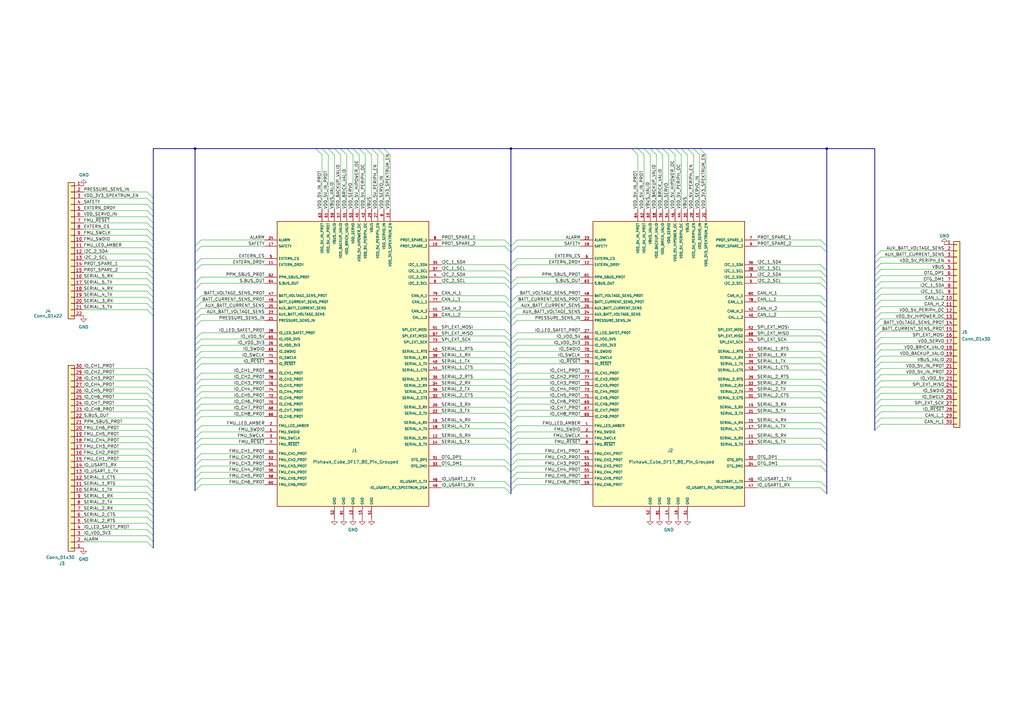
<source format=kicad_sch>
(kicad_sch (version 20211123) (generator eeschema)
  (paper "A3")
  (junction (at 209.55 60.96))
  (junction (at 339.09 60.96))
  (junction (at 80.01 60.96))
  (bus_entry (at 336.55 158.115) (size 2.54 2.54))
  (bus_entry (at 361.315 123.19) (size -2.54 2.54))
  (bus_entry (at 82.55 165.735) (size -2.54 2.54))
  (bus_entry (at 60.325 173.99) (size 2.54 2.54))
  (bus_entry (at 212.09 139.065) (size -2.54 2.54))
  (bus_entry (at 336.55 182.245) (size 2.54 2.54))
  (bus_entry (at 207.01 113.665) (size 2.54 2.54))
  (bus_entry (at 361.315 118.11) (size -2.54 2.54))
  (bus_entry (at 336.55 163.195) (size 2.54 2.54))
  (bus_entry (at 60.325 101.6) (size 2.54 2.54))
  (bus_entry (at 336.55 144.145) (size 2.54 2.54))
  (bus_entry (at 82.55 155.575) (size -2.54 2.54))
  (bus_entry (at 82.55 116.205) (size -2.54 2.54))
  (bus_entry (at 207.01 151.765) (size 2.54 2.54))
  (bus_entry (at 336.55 155.575) (size 2.54 2.54))
  (bus_entry (at 82.55 123.825) (size -2.54 2.54))
  (bus_entry (at 212.09 188.595) (size -2.54 2.54))
  (bus_entry (at 207.01 167.005) (size 2.54 2.54))
  (bus_entry (at 279.4 63.5) (size -2.54 -2.54))
  (bus_entry (at 212.09 160.655) (size -2.54 2.54))
  (bus_entry (at 60.325 217.17) (size 2.54 2.54))
  (bus_entry (at 212.09 116.205) (size -2.54 2.54))
  (bus_entry (at 212.09 170.815) (size -2.54 2.54))
  (bus_entry (at 60.325 196.85) (size 2.54 2.54))
  (bus_entry (at 361.315 113.03) (size -2.54 2.54))
  (bus_entry (at 207.01 98.425) (size 2.54 2.54))
  (bus_entry (at 361.315 166.37) (size -2.54 2.54))
  (bus_entry (at 361.315 163.83) (size -2.54 2.54))
  (bus_entry (at 261.62 63.5) (size -2.54 -2.54))
  (bus_entry (at 82.55 146.685) (size -2.54 2.54))
  (bus_entry (at 361.315 133.35) (size -2.54 2.54))
  (bus_entry (at 82.55 193.675) (size -2.54 2.54))
  (bus_entry (at 361.315 171.45) (size -2.54 2.54))
  (bus_entry (at 60.325 181.61) (size 2.54 2.54))
  (bus_entry (at 157.48 63.5) (size -2.54 -2.54))
  (bus_entry (at 336.55 116.205) (size 2.54 2.54))
  (bus_entry (at 361.315 130.81) (size -2.54 2.54))
  (bus_entry (at 60.325 116.84) (size 2.54 2.54))
  (bus_entry (at 82.55 126.365) (size -2.54 2.54))
  (bus_entry (at 60.325 99.06) (size 2.54 2.54))
  (bus_entry (at 60.325 114.3) (size 2.54 2.54))
  (bus_entry (at 207.01 191.135) (size 2.54 2.54))
  (bus_entry (at 361.315 138.43) (size -2.54 2.54))
  (bus_entry (at 212.09 193.675) (size -2.54 2.54))
  (bus_entry (at 137.16 63.5) (size -2.54 -2.54))
  (bus_entry (at 82.55 198.755) (size -2.54 2.54))
  (bus_entry (at 212.09 136.525) (size -2.54 2.54))
  (bus_entry (at 60.325 201.93) (size 2.54 2.54))
  (bus_entry (at 212.09 146.685) (size -2.54 2.54))
  (bus_entry (at 82.55 158.115) (size -2.54 2.54))
  (bus_entry (at 336.55 98.425) (size 2.54 2.54))
  (bus_entry (at 207.01 140.335) (size 2.54 2.54))
  (bus_entry (at 361.315 120.65) (size -2.54 2.54))
  (bus_entry (at 60.325 194.31) (size 2.54 2.54))
  (bus_entry (at 336.55 100.965) (size 2.54 2.54))
  (bus_entry (at 60.325 88.9) (size 2.54 2.54))
  (bus_entry (at 361.315 135.89) (size -2.54 2.54))
  (bus_entry (at 82.55 131.445) (size -2.54 2.54))
  (bus_entry (at 271.78 63.5) (size -2.54 -2.54))
  (bus_entry (at 212.09 131.445) (size -2.54 2.54))
  (bus_entry (at 60.325 91.44) (size 2.54 2.54))
  (bus_entry (at 60.325 81.28) (size 2.54 2.54))
  (bus_entry (at 60.325 176.53) (size 2.54 2.54))
  (bus_entry (at 139.7 63.5) (size -2.54 -2.54))
  (bus_entry (at 336.55 169.545) (size 2.54 2.54))
  (bus_entry (at 60.325 212.09) (size 2.54 2.54))
  (bus_entry (at 336.55 121.285) (size 2.54 2.54))
  (bus_entry (at 207.01 137.795) (size 2.54 2.54))
  (bus_entry (at 207.01 188.595) (size 2.54 2.54))
  (bus_entry (at 82.55 186.055) (size -2.54 2.54))
  (bus_entry (at 207.01 155.575) (size 2.54 2.54))
  (bus_entry (at 82.55 191.135) (size -2.54 2.54))
  (bus_entry (at 336.55 130.175) (size 2.54 2.54))
  (bus_entry (at 132.08 63.5) (size -2.54 -2.54))
  (bus_entry (at 336.55 113.665) (size 2.54 2.54))
  (bus_entry (at 60.325 209.55) (size 2.54 2.54))
  (bus_entry (at 336.55 137.795) (size 2.54 2.54))
  (bus_entry (at 212.09 123.825) (size -2.54 2.54))
  (bus_entry (at 82.55 177.165) (size -2.54 2.54))
  (bus_entry (at 207.01 175.895) (size 2.54 2.54))
  (bus_entry (at 82.55 153.035) (size -2.54 2.54))
  (bus_entry (at 336.55 197.485) (size 2.54 2.54))
  (bus_entry (at 60.325 153.67) (size 2.54 2.54))
  (bus_entry (at 60.325 93.98) (size 2.54 2.54))
  (bus_entry (at 147.32 63.5) (size -2.54 -2.54))
  (bus_entry (at 207.01 116.205) (size 2.54 2.54))
  (bus_entry (at 361.315 151.13) (size -2.54 2.54))
  (bus_entry (at 336.55 140.335) (size 2.54 2.54))
  (bus_entry (at 336.55 127.635) (size 2.54 2.54))
  (bus_entry (at 60.325 158.75) (size 2.54 2.54))
  (bus_entry (at 336.55 200.025) (size 2.54 2.54))
  (bus_entry (at 207.01 169.545) (size 2.54 2.54))
  (bus_entry (at 212.09 144.145) (size -2.54 2.54))
  (bus_entry (at 60.325 168.91) (size 2.54 2.54))
  (bus_entry (at 60.325 119.38) (size 2.54 2.54))
  (bus_entry (at 212.09 121.285) (size -2.54 2.54))
  (bus_entry (at 336.55 111.125) (size 2.54 2.54))
  (bus_entry (at 82.55 182.245) (size -2.54 2.54))
  (bus_entry (at 361.315 110.49) (size -2.54 2.54))
  (bus_entry (at 361.315 158.75) (size -2.54 2.54))
  (bus_entry (at 60.325 166.37) (size 2.54 2.54))
  (bus_entry (at 207.01 123.825) (size 2.54 2.54))
  (bus_entry (at 274.32 63.5) (size -2.54 -2.54))
  (bus_entry (at 60.325 191.77) (size 2.54 2.54))
  (bus_entry (at 361.315 161.29) (size -2.54 2.54))
  (bus_entry (at 276.86 63.5) (size -2.54 -2.54))
  (bus_entry (at 336.55 167.005) (size 2.54 2.54))
  (bus_entry (at 207.01 182.245) (size 2.54 2.54))
  (bus_entry (at 82.55 196.215) (size -2.54 2.54))
  (bus_entry (at 336.55 160.655) (size 2.54 2.54))
  (bus_entry (at 60.325 111.76) (size 2.54 2.54))
  (bus_entry (at 82.55 100.965) (size -2.54 2.54))
  (bus_entry (at 60.325 78.74) (size 2.54 2.54))
  (bus_entry (at 361.315 128.27) (size -2.54 2.54))
  (bus_entry (at 336.55 146.685) (size 2.54 2.54))
  (bus_entry (at 60.325 204.47) (size 2.54 2.54))
  (bus_entry (at 142.24 63.5) (size -2.54 -2.54))
  (bus_entry (at 207.01 108.585) (size 2.54 2.54))
  (bus_entry (at 60.325 109.22) (size 2.54 2.54))
  (bus_entry (at 207.01 149.225) (size 2.54 2.54))
  (bus_entry (at 336.55 175.895) (size 2.54 2.54))
  (bus_entry (at 60.325 207.01) (size 2.54 2.54))
  (bus_entry (at 60.325 121.92) (size 2.54 2.54))
  (bus_entry (at 212.09 163.195) (size -2.54 2.54))
  (bus_entry (at 212.09 191.135) (size -2.54 2.54))
  (bus_entry (at 82.55 179.705) (size -2.54 2.54))
  (bus_entry (at 82.55 106.045) (size -2.54 2.54))
  (bus_entry (at 361.315 105.41) (size -2.54 2.54))
  (bus_entry (at 82.55 108.585) (size -2.54 2.54))
  (bus_entry (at 82.55 113.665) (size -2.54 2.54))
  (bus_entry (at 361.315 143.51) (size -2.54 2.54))
  (bus_entry (at 154.94 63.5) (size -2.54 -2.54))
  (bus_entry (at 60.325 86.36) (size 2.54 2.54))
  (bus_entry (at 134.62 63.5) (size -2.54 -2.54))
  (bus_entry (at 82.55 170.815) (size -2.54 2.54))
  (bus_entry (at 212.09 153.035) (size -2.54 2.54))
  (bus_entry (at 60.325 179.07) (size 2.54 2.54))
  (bus_entry (at 207.01 173.355) (size 2.54 2.54))
  (bus_entry (at 60.325 127) (size 2.54 2.54))
  (bus_entry (at 207.01 197.485) (size 2.54 2.54))
  (bus_entry (at 82.55 136.525) (size -2.54 2.54))
  (bus_entry (at 207.01 200.025) (size 2.54 2.54))
  (bus_entry (at 207.01 160.655) (size 2.54 2.54))
  (bus_entry (at 361.315 115.57) (size -2.54 2.54))
  (bus_entry (at 212.09 108.585) (size -2.54 2.54))
  (bus_entry (at 361.315 148.59) (size -2.54 2.54))
  (bus_entry (at 60.325 222.25) (size 2.54 2.54))
  (bus_entry (at 361.315 153.67) (size -2.54 2.54))
  (bus_entry (at 361.315 156.21) (size -2.54 2.54))
  (bus_entry (at 212.09 100.965) (size -2.54 2.54))
  (bus_entry (at 287.02 63.5) (size -2.54 -2.54))
  (bus_entry (at 160.02 63.5) (size -2.54 -2.54))
  (bus_entry (at 82.55 121.285) (size -2.54 2.54))
  (bus_entry (at 60.325 124.46) (size 2.54 2.54))
  (bus_entry (at 207.01 121.285) (size 2.54 2.54))
  (bus_entry (at 82.55 144.145) (size -2.54 2.54))
  (bus_entry (at 82.55 98.425) (size -2.54 2.54))
  (bus_entry (at 361.315 102.87) (size -2.54 2.54))
  (bus_entry (at 284.48 63.5) (size -2.54 -2.54))
  (bus_entry (at 60.325 96.52) (size 2.54 2.54))
  (bus_entry (at 336.55 191.135) (size 2.54 2.54))
  (bus_entry (at 82.55 149.225) (size -2.54 2.54))
  (bus_entry (at 212.09 126.365) (size -2.54 2.54))
  (bus_entry (at 60.325 184.15) (size 2.54 2.54))
  (bus_entry (at 361.315 173.99) (size -2.54 2.54))
  (bus_entry (at 269.24 63.5) (size -2.54 -2.54))
  (bus_entry (at 207.01 135.255) (size 2.54 2.54))
  (bus_entry (at 60.325 106.68) (size 2.54 2.54))
  (bus_entry (at 60.325 163.83) (size 2.54 2.54))
  (bus_entry (at 82.55 128.905) (size -2.54 2.54))
  (bus_entry (at 212.09 106.045) (size -2.54 2.54))
  (bus_entry (at 212.09 98.425) (size -2.54 2.54))
  (bus_entry (at 82.55 188.595) (size -2.54 2.54))
  (bus_entry (at 152.4 63.5) (size -2.54 -2.54))
  (bus_entry (at 361.315 168.91) (size -2.54 2.54))
  (bus_entry (at 212.09 168.275) (size -2.54 2.54))
  (bus_entry (at 336.55 123.825) (size 2.54 2.54))
  (bus_entry (at 60.325 151.13) (size 2.54 2.54))
  (bus_entry (at 207.01 158.115) (size 2.54 2.54))
  (bus_entry (at 264.16 63.5) (size -2.54 -2.54))
  (bus_entry (at 336.55 108.585) (size 2.54 2.54))
  (bus_entry (at 212.09 196.215) (size -2.54 2.54))
  (bus_entry (at 149.86 63.5) (size -2.54 -2.54))
  (bus_entry (at 336.55 179.705) (size 2.54 2.54))
  (bus_entry (at 212.09 149.225) (size -2.54 2.54))
  (bus_entry (at 212.09 141.605) (size -2.54 2.54))
  (bus_entry (at 60.325 156.21) (size 2.54 2.54))
  (bus_entry (at 82.55 141.605) (size -2.54 2.54))
  (bus_entry (at 212.09 182.245) (size -2.54 2.54))
  (bus_entry (at 212.09 158.115) (size -2.54 2.54))
  (bus_entry (at 336.55 173.355) (size 2.54 2.54))
  (bus_entry (at 144.78 63.5) (size -2.54 -2.54))
  (bus_entry (at 212.09 198.755) (size -2.54 2.54))
  (bus_entry (at 212.09 177.165) (size -2.54 2.54))
  (bus_entry (at 361.315 146.05) (size -2.54 2.54))
  (bus_entry (at 361.315 107.95) (size -2.54 2.54))
  (bus_entry (at 336.55 149.225) (size 2.54 2.54))
  (bus_entry (at 60.325 83.82) (size 2.54 2.54))
  (bus_entry (at 82.55 160.655) (size -2.54 2.54))
  (bus_entry (at 207.01 100.965) (size 2.54 2.54))
  (bus_entry (at 82.55 163.195) (size -2.54 2.54))
  (bus_entry (at 207.01 127.635) (size 2.54 2.54))
  (bus_entry (at 336.55 188.595) (size 2.54 2.54))
  (bus_entry (at 361.315 125.73) (size -2.54 2.54))
  (bus_entry (at 60.325 186.69) (size 2.54 2.54))
  (bus_entry (at 212.09 165.735) (size -2.54 2.54))
  (bus_entry (at 212.09 179.705) (size -2.54 2.54))
  (bus_entry (at 60.325 219.71) (size 2.54 2.54))
  (bus_entry (at 289.56 63.5) (size -2.54 -2.54))
  (bus_entry (at 207.01 130.175) (size 2.54 2.54))
  (bus_entry (at 82.55 139.065) (size -2.54 2.54))
  (bus_entry (at 60.325 199.39) (size 2.54 2.54))
  (bus_entry (at 60.325 161.29) (size 2.54 2.54))
  (bus_entry (at 60.325 214.63) (size 2.54 2.54))
  (bus_entry (at 281.94 63.5) (size -2.54 -2.54))
  (bus_entry (at 207.01 163.195) (size 2.54 2.54))
  (bus_entry (at 361.315 140.97) (size -2.54 2.54))
  (bus_entry (at 207.01 111.125) (size 2.54 2.54))
  (bus_entry (at 60.325 171.45) (size 2.54 2.54))
  (bus_entry (at 212.09 113.665) (size -2.54 2.54))
  (bus_entry (at 82.55 174.625) (size -2.54 2.54))
  (bus_entry (at 336.55 151.765) (size 2.54 2.54))
  (bus_entry (at 60.325 189.23) (size 2.54 2.54))
  (bus_entry (at 212.09 186.055) (size -2.54 2.54))
  (bus_entry (at 212.09 174.625) (size -2.54 2.54))
  (bus_entry (at 82.55 168.275) (size -2.54 2.54))
  (bus_entry (at 207.01 179.705) (size 2.54 2.54))
  (bus_entry (at 60.325 104.14) (size 2.54 2.54))
  (bus_entry (at 207.01 146.685) (size 2.54 2.54))
  (bus_entry (at 212.09 128.905) (size -2.54 2.54))
  (bus_entry (at 207.01 144.145) (size 2.54 2.54))
  (bus_entry (at 336.55 135.255) (size 2.54 2.54))
  (bus_entry (at 212.09 155.575) (size -2.54 2.54))
  (bus_entry (at 266.7 63.5) (size -2.54 -2.54))
  (bus (pts (xy 209.55 130.175) (xy 209.55 128.905)))
  (bus (pts (xy 209.55 155.575) (xy 209.55 154.305)))
  (bus (pts (xy 80.01 177.165) (xy 80.01 173.355)))
  (wire (pts (xy 212.09 160.655) (xy 238.125 160.655)))
  (wire (pts (xy 336.55 146.685) (xy 310.515 146.685)))
  (bus (pts (xy 62.865 60.96) (xy 62.865 81.28)))
  (bus (pts (xy 339.09 111.125) (xy 339.09 113.665)))
  (bus (pts (xy 339.09 123.825) (xy 339.09 126.365)))
  (wire (pts (xy 82.55 108.585) (xy 108.585 108.585)))
  (bus (pts (xy 62.865 109.22) (xy 62.865 106.68)))
  (wire (pts (xy 60.325 168.91) (xy 34.29 168.91)))
  (bus (pts (xy 137.16 60.96) (xy 139.7 60.96)))
  (wire (pts (xy 139.7 63.5) (xy 139.7 85.725)))
  (wire (pts (xy 361.315 166.37) (xy 387.35 166.37)))
  (wire (pts (xy 336.55 98.425) (xy 310.515 98.425)))
  (bus (pts (xy 62.865 186.69) (xy 62.865 184.15)))
  (wire (pts (xy 336.55 191.135) (xy 310.515 191.135)))
  (wire (pts (xy 60.325 184.15) (xy 34.29 184.15)))
  (bus (pts (xy 358.775 110.49) (xy 358.775 107.95)))
  (bus (pts (xy 358.775 135.89) (xy 358.775 133.35)))
  (wire (pts (xy 60.325 166.37) (xy 34.29 166.37)))
  (bus (pts (xy 339.09 60.96) (xy 358.775 60.96)))
  (wire (pts (xy 82.55 182.245) (xy 108.585 182.245)))
  (bus (pts (xy 80.01 188.595) (xy 80.01 184.785)))
  (bus (pts (xy 62.865 161.29) (xy 62.865 158.75)))
  (wire (pts (xy 279.4 63.5) (xy 279.4 85.725)))
  (wire (pts (xy 82.55 155.575) (xy 108.585 155.575)))
  (bus (pts (xy 271.78 60.96) (xy 274.32 60.96)))
  (bus (pts (xy 209.55 179.705) (xy 209.55 178.435)))
  (bus (pts (xy 62.865 217.17) (xy 62.865 214.63)))
  (bus (pts (xy 62.865 166.37) (xy 62.865 163.83)))
  (wire (pts (xy 212.09 106.045) (xy 238.125 106.045)))
  (bus (pts (xy 80.01 198.755) (xy 80.01 196.215)))
  (bus (pts (xy 62.865 222.25) (xy 62.865 219.71)))
  (bus (pts (xy 209.55 118.745) (xy 209.55 116.205)))
  (bus (pts (xy 358.775 158.75) (xy 358.775 156.21)))
  (wire (pts (xy 60.325 153.67) (xy 34.29 153.67)))
  (bus (pts (xy 209.55 177.165) (xy 209.55 178.435)))
  (wire (pts (xy 82.55 163.195) (xy 108.585 163.195)))
  (bus (pts (xy 339.09 163.195) (xy 339.09 165.735)))
  (wire (pts (xy 82.55 174.625) (xy 108.585 174.625)))
  (bus (pts (xy 62.865 119.38) (xy 62.865 116.84)))
  (bus (pts (xy 279.4 60.96) (xy 281.94 60.96)))
  (bus (pts (xy 209.55 170.815) (xy 209.55 169.545)))
  (bus (pts (xy 274.32 60.96) (xy 276.86 60.96)))
  (bus (pts (xy 358.775 140.97) (xy 358.775 138.43)))
  (wire (pts (xy 361.315 113.03) (xy 387.35 113.03)))
  (bus (pts (xy 80.01 163.195) (xy 80.01 160.655)))
  (wire (pts (xy 336.55 163.195) (xy 310.515 163.195)))
  (bus (pts (xy 358.775 166.37) (xy 358.775 163.83)))
  (bus (pts (xy 80.01 128.905) (xy 80.01 126.365)))
  (wire (pts (xy 60.325 214.63) (xy 34.29 214.63)))
  (wire (pts (xy 60.325 194.31) (xy 34.29 194.31)))
  (bus (pts (xy 358.775 171.45) (xy 358.775 168.91)))
  (wire (pts (xy 361.315 153.67) (xy 387.35 153.67)))
  (wire (pts (xy 207.01 155.575) (xy 180.975 155.575)))
  (wire (pts (xy 361.315 138.43) (xy 387.35 138.43)))
  (bus (pts (xy 62.865 99.06) (xy 62.865 96.52)))
  (wire (pts (xy 60.325 83.82) (xy 34.29 83.82)))
  (bus (pts (xy 132.08 60.96) (xy 134.62 60.96)))
  (wire (pts (xy 212.09 123.825) (xy 238.125 123.825)))
  (wire (pts (xy 60.325 189.23) (xy 34.29 189.23)))
  (bus (pts (xy 62.865 176.53) (xy 62.865 173.99)))
  (bus (pts (xy 80.01 60.96) (xy 129.54 60.96)))
  (wire (pts (xy 154.94 63.5) (xy 154.94 85.725)))
  (bus (pts (xy 80.01 160.655) (xy 80.01 158.115)))
  (wire (pts (xy 207.01 130.175) (xy 180.975 130.175)))
  (bus (pts (xy 209.55 103.505) (xy 209.55 100.965)))
  (bus (pts (xy 62.865 156.21) (xy 62.865 153.67)))
  (bus (pts (xy 129.54 60.96) (xy 132.08 60.96)))
  (wire (pts (xy 207.01 108.585) (xy 180.975 108.585)))
  (bus (pts (xy 62.865 224.79) (xy 62.865 222.25)))
  (wire (pts (xy 142.24 63.5) (xy 142.24 85.725)))
  (wire (pts (xy 60.325 151.13) (xy 34.29 151.13)))
  (bus (pts (xy 209.55 116.205) (xy 209.55 113.665)))
  (bus (pts (xy 80.01 165.735) (xy 80.01 163.195)))
  (wire (pts (xy 60.325 179.07) (xy 34.29 179.07)))
  (bus (pts (xy 358.775 130.81) (xy 358.775 128.27)))
  (wire (pts (xy 160.02 63.5) (xy 160.02 85.725)))
  (bus (pts (xy 209.55 126.365) (xy 209.55 123.825)))
  (wire (pts (xy 60.325 217.17) (xy 34.29 217.17)))
  (bus (pts (xy 152.4 60.96) (xy 154.94 60.96)))
  (bus (pts (xy 62.865 88.9) (xy 62.865 91.44)))
  (bus (pts (xy 62.865 191.77) (xy 62.865 189.23)))
  (wire (pts (xy 261.62 63.5) (xy 261.62 85.725)))
  (bus (pts (xy 358.775 133.35) (xy 358.775 130.81)))
  (wire (pts (xy 82.55 160.655) (xy 108.585 160.655)))
  (bus (pts (xy 62.865 194.31) (xy 62.865 191.77)))
  (bus (pts (xy 358.775 118.11) (xy 358.775 115.57)))
  (wire (pts (xy 82.55 168.275) (xy 108.585 168.275)))
  (bus (pts (xy 358.775 156.21) (xy 358.775 153.67)))
  (bus (pts (xy 209.55 163.195) (xy 209.55 165.735)))
  (bus (pts (xy 209.55 144.145) (xy 209.55 142.875)))
  (bus (pts (xy 358.775 163.83) (xy 358.775 161.29)))
  (wire (pts (xy 336.55 111.125) (xy 310.515 111.125)))
  (wire (pts (xy 60.325 163.83) (xy 34.29 163.83)))
  (wire (pts (xy 212.09 198.755) (xy 238.125 198.755)))
  (bus (pts (xy 209.55 158.115) (xy 209.55 160.655)))
  (wire (pts (xy 336.55 169.545) (xy 310.515 169.545)))
  (bus (pts (xy 209.55 177.165) (xy 209.55 175.895)))
  (wire (pts (xy 269.24 63.5) (xy 269.24 85.725)))
  (wire (pts (xy 361.315 135.89) (xy 387.35 135.89)))
  (wire (pts (xy 82.55 121.285) (xy 108.585 121.285)))
  (wire (pts (xy 207.01 200.025) (xy 180.975 200.025)))
  (bus (pts (xy 62.865 116.84) (xy 62.865 114.3)))
  (bus (pts (xy 80.01 168.275) (xy 80.01 165.735)))
  (bus (pts (xy 209.55 196.215) (xy 209.55 193.675)))
  (wire (pts (xy 82.55 158.115) (xy 108.585 158.115)))
  (bus (pts (xy 80.01 158.115) (xy 80.01 155.575)))
  (wire (pts (xy 82.55 196.215) (xy 108.585 196.215)))
  (bus (pts (xy 209.55 123.825) (xy 209.55 118.745)))
  (wire (pts (xy 207.01 121.285) (xy 180.975 121.285)))
  (bus (pts (xy 339.09 182.245) (xy 339.09 184.785)))
  (wire (pts (xy 60.325 209.55) (xy 34.29 209.55)))
  (wire (pts (xy 361.315 158.75) (xy 387.35 158.75)))
  (bus (pts (xy 62.865 96.52) (xy 62.865 93.98)))
  (bus (pts (xy 209.55 151.765) (xy 209.55 149.225)))
  (bus (pts (xy 62.865 121.92) (xy 62.865 119.38)))
  (wire (pts (xy 336.55 100.965) (xy 310.515 100.965)))
  (wire (pts (xy 207.01 123.825) (xy 180.975 123.825)))
  (wire (pts (xy 336.55 135.255) (xy 310.515 135.255)))
  (bus (pts (xy 80.01 139.065) (xy 80.01 133.985)))
  (bus (pts (xy 339.09 116.205) (xy 339.09 118.745)))
  (bus (pts (xy 339.09 191.135) (xy 339.09 193.675)))
  (bus (pts (xy 209.55 201.295) (xy 209.55 202.565)))
  (bus (pts (xy 339.09 200.025) (xy 339.09 202.565)))
  (bus (pts (xy 80.01 146.685) (xy 80.01 144.145)))
  (wire (pts (xy 60.325 111.76) (xy 34.29 111.76)))
  (bus (pts (xy 209.55 155.575) (xy 209.55 158.115)))
  (bus (pts (xy 358.775 60.96) (xy 358.775 105.41)))
  (wire (pts (xy 82.55 177.165) (xy 108.585 177.165)))
  (wire (pts (xy 336.55 137.795) (xy 310.515 137.795)))
  (bus (pts (xy 80.01 182.245) (xy 80.01 179.705)))
  (bus (pts (xy 80.01 144.145) (xy 80.01 141.605)))
  (bus (pts (xy 62.865 83.82) (xy 62.865 86.36)))
  (bus (pts (xy 358.775 107.95) (xy 358.775 105.41)))
  (wire (pts (xy 336.55 200.025) (xy 310.515 200.025)))
  (bus (pts (xy 62.865 196.85) (xy 62.865 194.31)))
  (bus (pts (xy 209.55 198.755) (xy 209.55 200.025)))
  (wire (pts (xy 264.16 63.5) (xy 264.16 85.725)))
  (wire (pts (xy 82.55 198.755) (xy 108.585 198.755)))
  (wire (pts (xy 361.315 171.45) (xy 387.35 171.45)))
  (bus (pts (xy 209.55 182.245) (xy 209.55 179.705)))
  (bus (pts (xy 62.865 91.44) (xy 62.865 93.98)))
  (bus (pts (xy 358.775 148.59) (xy 358.775 146.05)))
  (wire (pts (xy 207.01 197.485) (xy 180.975 197.485)))
  (wire (pts (xy 361.315 105.41) (xy 387.35 105.41)))
  (bus (pts (xy 209.55 184.785) (xy 209.55 182.245)))
  (wire (pts (xy 60.325 101.6) (xy 34.29 101.6)))
  (bus (pts (xy 62.865 209.55) (xy 62.865 207.01)))
  (wire (pts (xy 82.55 191.135) (xy 108.585 191.135)))
  (bus (pts (xy 80.01 170.815) (xy 80.01 168.275)))
  (wire (pts (xy 82.55 153.035) (xy 108.585 153.035)))
  (wire (pts (xy 137.16 63.5) (xy 137.16 85.725)))
  (wire (pts (xy 82.55 106.045) (xy 108.585 106.045)))
  (bus (pts (xy 62.865 158.75) (xy 62.865 156.21)))
  (wire (pts (xy 207.01 111.125) (xy 180.975 111.125)))
  (bus (pts (xy 62.865 101.6) (xy 62.865 99.06)))
  (wire (pts (xy 361.315 168.91) (xy 387.35 168.91)))
  (wire (pts (xy 60.325 196.85) (xy 34.29 196.85)))
  (wire (pts (xy 207.01 127.635) (xy 180.975 127.635)))
  (bus (pts (xy 62.865 163.83) (xy 62.865 161.29)))
  (wire (pts (xy 336.55 197.485) (xy 310.515 197.485)))
  (bus (pts (xy 62.865 124.46) (xy 62.865 121.92)))
  (wire (pts (xy 82.55 146.685) (xy 108.585 146.685)))
  (bus (pts (xy 209.55 201.295) (xy 209.55 200.025)))
  (wire (pts (xy 207.01 179.705) (xy 180.975 179.705)))
  (wire (pts (xy 212.09 139.065) (xy 238.125 139.065)))
  (bus (pts (xy 209.55 198.755) (xy 209.55 196.215)))
  (bus (pts (xy 209.55 146.685) (xy 209.55 144.145)))
  (wire (pts (xy 336.55 179.705) (xy 310.515 179.705)))
  (wire (pts (xy 207.01 160.655) (xy 180.975 160.655)))
  (wire (pts (xy 60.325 114.3) (xy 34.29 114.3)))
  (bus (pts (xy 80.01 179.705) (xy 80.01 177.165)))
  (wire (pts (xy 60.325 156.21) (xy 34.29 156.21)))
  (bus (pts (xy 80.01 133.985) (xy 80.01 131.445)))
  (wire (pts (xy 212.09 113.665) (xy 238.125 113.665)))
  (wire (pts (xy 361.315 151.13) (xy 387.35 151.13)))
  (bus (pts (xy 209.55 168.275) (xy 209.55 165.735)))
  (wire (pts (xy 276.86 63.5) (xy 276.86 85.725)))
  (bus (pts (xy 209.55 128.905) (xy 209.55 126.365)))
  (wire (pts (xy 361.315 110.49) (xy 387.35 110.49)))
  (bus (pts (xy 209.55 151.765) (xy 209.55 154.305)))
  (wire (pts (xy 60.325 109.22) (xy 34.29 109.22)))
  (bus (pts (xy 62.865 189.23) (xy 62.865 186.69)))
  (wire (pts (xy 212.09 158.115) (xy 238.125 158.115)))
  (wire (pts (xy 60.325 171.45) (xy 34.29 171.45)))
  (wire (pts (xy 361.315 102.87) (xy 387.35 102.87)))
  (bus (pts (xy 339.09 142.875) (xy 339.09 146.685)))
  (wire (pts (xy 207.01 182.245) (xy 180.975 182.245)))
  (wire (pts (xy 212.09 136.525) (xy 238.125 136.525)))
  (bus (pts (xy 209.55 139.065) (xy 209.55 140.335)))
  (wire (pts (xy 60.325 191.77) (xy 34.29 191.77)))
  (wire (pts (xy 212.09 163.195) (xy 238.125 163.195)))
  (wire (pts (xy 207.01 158.115) (xy 180.975 158.115)))
  (bus (pts (xy 144.78 60.96) (xy 147.32 60.96)))
  (bus (pts (xy 80.01 131.445) (xy 80.01 128.905)))
  (bus (pts (xy 142.24 60.96) (xy 144.78 60.96)))
  (bus (pts (xy 358.775 143.51) (xy 358.775 140.97)))
  (wire (pts (xy 82.55 100.965) (xy 108.585 100.965)))
  (bus (pts (xy 209.55 133.985) (xy 209.55 137.795)))
  (bus (pts (xy 339.09 175.895) (xy 339.09 178.435)))
  (wire (pts (xy 212.09 196.215) (xy 238.125 196.215)))
  (wire (pts (xy 336.55 116.205) (xy 310.515 116.205)))
  (wire (pts (xy 207.01 167.005) (xy 180.975 167.005)))
  (bus (pts (xy 339.09 158.115) (xy 339.09 160.655)))
  (wire (pts (xy 60.325 104.14) (xy 34.29 104.14)))
  (wire (pts (xy 82.55 136.525) (xy 108.585 136.525)))
  (bus (pts (xy 209.55 188.595) (xy 209.55 184.785)))
  (bus (pts (xy 80.01 100.965) (xy 80.01 60.96)))
  (bus (pts (xy 358.775 146.05) (xy 358.775 143.51)))
  (wire (pts (xy 361.315 143.51) (xy 387.35 143.51)))
  (wire (pts (xy 212.09 126.365) (xy 238.125 126.365)))
  (bus (pts (xy 62.865 219.71) (xy 62.865 217.17)))
  (wire (pts (xy 147.32 63.5) (xy 147.32 85.725)))
  (bus (pts (xy 62.865 181.61) (xy 62.865 179.07)))
  (wire (pts (xy 336.55 173.355) (xy 310.515 173.355)))
  (wire (pts (xy 336.55 155.575) (xy 310.515 155.575)))
  (wire (pts (xy 361.315 130.81) (xy 387.35 130.81)))
  (wire (pts (xy 82.55 128.905) (xy 108.585 128.905)))
  (wire (pts (xy 82.55 126.365) (xy 108.585 126.365)))
  (bus (pts (xy 80.01 151.765) (xy 80.01 149.225)))
  (wire (pts (xy 361.315 148.59) (xy 387.35 148.59)))
  (wire (pts (xy 212.09 188.595) (xy 238.125 188.595)))
  (wire (pts (xy 207.01 188.595) (xy 180.975 188.595)))
  (wire (pts (xy 82.55 113.665) (xy 108.585 113.665)))
  (bus (pts (xy 209.55 188.595) (xy 209.55 191.135)))
  (wire (pts (xy 212.09 131.445) (xy 238.125 131.445)))
  (bus (pts (xy 339.09 154.305) (xy 339.09 158.115)))
  (wire (pts (xy 336.55 144.145) (xy 310.515 144.145)))
  (wire (pts (xy 60.325 186.69) (xy 34.29 186.69)))
  (wire (pts (xy 60.325 99.06) (xy 34.29 99.06)))
  (bus (pts (xy 358.775 151.13) (xy 358.775 148.59)))
  (wire (pts (xy 60.325 81.28) (xy 34.29 81.28)))
  (wire (pts (xy 336.55 188.595) (xy 310.515 188.595)))
  (bus (pts (xy 339.09 132.715) (xy 339.09 137.795)))
  (bus (pts (xy 339.09 149.225) (xy 339.09 151.765)))
  (bus (pts (xy 358.775 120.65) (xy 358.775 118.11)))
  (wire (pts (xy 212.09 108.585) (xy 238.125 108.585)))
  (wire (pts (xy 60.325 201.93) (xy 34.29 201.93)))
  (wire (pts (xy 60.325 119.38) (xy 34.29 119.38)))
  (bus (pts (xy 266.7 60.96) (xy 269.24 60.96)))
  (bus (pts (xy 339.09 103.505) (xy 339.09 111.125)))
  (wire (pts (xy 207.01 191.135) (xy 180.975 191.135)))
  (bus (pts (xy 62.865 114.3) (xy 62.865 111.76)))
  (wire (pts (xy 212.09 182.245) (xy 238.125 182.245)))
  (bus (pts (xy 269.24 60.96) (xy 271.78 60.96)))
  (wire (pts (xy 284.48 63.5) (xy 284.48 85.725)))
  (bus (pts (xy 62.865 106.68) (xy 62.865 104.14)))
  (wire (pts (xy 82.55 165.735) (xy 108.585 165.735)))
  (wire (pts (xy 336.55 149.225) (xy 310.515 149.225)))
  (bus (pts (xy 80.01 149.225) (xy 80.01 146.685)))
  (bus (pts (xy 62.865 212.09) (xy 62.865 209.55)))
  (bus (pts (xy 209.55 173.355) (xy 209.55 175.895)))
  (bus (pts (xy 62.865 86.36) (xy 62.865 88.9)))
  (wire (pts (xy 207.01 151.765) (xy 180.975 151.765)))
  (wire (pts (xy 82.55 123.825) (xy 108.585 123.825)))
  (wire (pts (xy 361.315 115.57) (xy 387.35 115.57)))
  (wire (pts (xy 60.325 78.74) (xy 34.29 78.74)))
  (wire (pts (xy 207.01 135.255) (xy 180.975 135.255)))
  (bus (pts (xy 80.01 126.365) (xy 80.01 123.825)))
  (bus (pts (xy 339.09 151.765) (xy 339.09 154.305)))
  (wire (pts (xy 287.02 63.5) (xy 287.02 85.725)))
  (wire (pts (xy 60.325 127) (xy 34.29 127)))
  (bus (pts (xy 358.775 138.43) (xy 358.775 135.89)))
  (bus (pts (xy 339.09 178.435) (xy 339.09 182.245)))
  (wire (pts (xy 207.01 175.895) (xy 180.975 175.895)))
  (wire (pts (xy 271.78 63.5) (xy 271.78 85.725)))
  (wire (pts (xy 134.62 63.5) (xy 134.62 85.725)))
  (bus (pts (xy 209.55 113.665) (xy 209.55 111.125)))
  (bus (pts (xy 80.01 103.505) (xy 80.01 100.965)))
  (wire (pts (xy 207.01 113.665) (xy 180.975 113.665)))
  (bus (pts (xy 62.865 124.46) (xy 62.865 127)))
  (wire (pts (xy 60.325 93.98) (xy 34.29 93.98)))
  (bus (pts (xy 62.865 168.91) (xy 62.865 166.37)))
  (wire (pts (xy 212.09 170.815) (xy 238.125 170.815)))
  (bus (pts (xy 62.865 127) (xy 62.865 129.54)))
  (bus (pts (xy 157.48 60.96) (xy 209.55 60.96)))
  (wire (pts (xy 336.55 182.245) (xy 310.515 182.245)))
  (bus (pts (xy 209.55 60.96) (xy 259.08 60.96)))
  (bus (pts (xy 80.01 123.825) (xy 80.01 118.745)))
  (wire (pts (xy 149.86 63.5) (xy 149.86 85.725)))
  (bus (pts (xy 80.01 196.215) (xy 80.01 193.675)))
  (bus (pts (xy 209.55 149.225) (xy 209.55 146.685)))
  (wire (pts (xy 212.09 186.055) (xy 238.125 186.055)))
  (bus (pts (xy 62.865 171.45) (xy 62.865 168.91)))
  (wire (pts (xy 336.55 158.115) (xy 310.515 158.115)))
  (wire (pts (xy 266.7 63.5) (xy 266.7 85.725)))
  (wire (pts (xy 212.09 153.035) (xy 238.125 153.035)))
  (bus (pts (xy 339.09 140.335) (xy 339.09 142.875)))
  (wire (pts (xy 207.01 116.205) (xy 180.975 116.205)))
  (bus (pts (xy 259.08 60.96) (xy 261.62 60.96)))
  (bus (pts (xy 80.01 184.785) (xy 80.01 182.245)))
  (wire (pts (xy 60.325 161.29) (xy 34.29 161.29)))
  (bus (pts (xy 62.865 173.99) (xy 62.865 171.45)))
  (wire (pts (xy 212.09 100.965) (xy 238.125 100.965)))
  (bus (pts (xy 62.865 214.63) (xy 62.865 212.09)))
  (wire (pts (xy 336.55 167.005) (xy 310.515 167.005)))
  (bus (pts (xy 358.775 115.57) (xy 358.775 113.03)))
  (wire (pts (xy 207.01 146.685) (xy 180.975 146.685)))
  (bus (pts (xy 209.55 60.96) (xy 209.55 100.965)))
  (wire (pts (xy 336.55 160.655) (xy 310.515 160.655)))
  (wire (pts (xy 212.09 193.675) (xy 238.125 193.675)))
  (bus (pts (xy 287.02 60.96) (xy 339.09 60.96)))
  (bus (pts (xy 209.55 170.815) (xy 209.55 172.085)))
  (bus (pts (xy 62.865 129.54) (xy 62.865 153.67)))
  (bus (pts (xy 80.01 173.355) (xy 80.01 170.815)))
  (bus (pts (xy 284.48 60.96) (xy 287.02 60.96)))
  (wire (pts (xy 336.55 130.175) (xy 310.515 130.175)))
  (wire (pts (xy 144.78 63.5) (xy 144.78 85.725)))
  (wire (pts (xy 207.01 173.355) (xy 180.975 173.355)))
  (bus (pts (xy 80.01 141.605) (xy 80.01 139.065)))
  (wire (pts (xy 82.55 144.145) (xy 108.585 144.145)))
  (bus (pts (xy 62.865 204.47) (xy 62.865 201.93)))
  (wire (pts (xy 60.325 91.44) (xy 34.29 91.44)))
  (bus (pts (xy 339.09 184.785) (xy 339.09 191.135)))
  (wire (pts (xy 60.325 204.47) (xy 34.29 204.47)))
  (bus (pts (xy 62.865 104.14) (xy 62.865 101.6)))
  (bus (pts (xy 339.09 165.735) (xy 339.09 169.545)))
  (wire (pts (xy 336.55 113.665) (xy 310.515 113.665)))
  (wire (pts (xy 361.315 125.73) (xy 387.35 125.73)))
  (bus (pts (xy 209.55 141.605) (xy 209.55 140.335)))
  (bus (pts (xy 339.09 169.545) (xy 339.09 172.085)))
  (bus (pts (xy 358.775 123.19) (xy 358.775 120.65)))
  (bus (pts (xy 134.62 60.96) (xy 137.16 60.96)))
  (wire (pts (xy 212.09 146.685) (xy 238.125 146.685)))
  (wire (pts (xy 207.01 149.225) (xy 180.975 149.225)))
  (bus (pts (xy 339.09 60.96) (xy 339.09 100.965)))
  (bus (pts (xy 154.94 60.96) (xy 157.48 60.96)))
  (bus (pts (xy 149.86 60.96) (xy 152.4 60.96)))
  (wire (pts (xy 82.55 98.425) (xy 108.585 98.425)))
  (wire (pts (xy 336.55 140.335) (xy 310.515 140.335)))
  (wire (pts (xy 212.09 168.275) (xy 238.125 168.275)))
  (bus (pts (xy 358.775 125.73) (xy 358.775 123.19)))
  (wire (pts (xy 82.55 179.705) (xy 108.585 179.705)))
  (bus (pts (xy 209.55 108.585) (xy 209.55 103.505)))
  (wire (pts (xy 212.09 98.425) (xy 238.125 98.425)))
  (wire (pts (xy 207.01 163.195) (xy 180.975 163.195)))
  (wire (pts (xy 82.55 170.815) (xy 108.585 170.815)))
  (bus (pts (xy 80.01 201.295) (xy 80.01 198.755)))
  (wire (pts (xy 152.4 63.5) (xy 152.4 85.725)))
  (wire (pts (xy 60.325 176.53) (xy 34.29 176.53)))
  (wire (pts (xy 60.325 207.01) (xy 34.29 207.01)))
  (bus (pts (xy 358.775 173.99) (xy 358.775 176.53)))
  (wire (pts (xy 132.08 63.5) (xy 132.08 85.725)))
  (bus (pts (xy 358.775 128.27) (xy 358.775 125.73)))
  (bus (pts (xy 147.32 60.96) (xy 149.86 60.96)))
  (bus (pts (xy 139.7 60.96) (xy 142.24 60.96)))
  (wire (pts (xy 361.315 140.97) (xy 387.35 140.97)))
  (bus (pts (xy 80.01 118.745) (xy 80.01 116.205)))
  (wire (pts (xy 157.48 63.5) (xy 157.48 85.725)))
  (wire (pts (xy 361.315 146.05) (xy 387.35 146.05)))
  (wire (pts (xy 82.55 193.675) (xy 108.585 193.675)))
  (wire (pts (xy 212.09 177.165) (xy 238.125 177.165)))
  (wire (pts (xy 212.09 141.605) (xy 238.125 141.605)))
  (wire (pts (xy 336.55 151.765) (xy 310.515 151.765)))
  (wire (pts (xy 82.55 139.065) (xy 108.585 139.065)))
  (bus (pts (xy 339.09 126.365) (xy 339.09 130.175)))
  (bus (pts (xy 339.09 146.685) (xy 339.09 149.225)))
  (wire (pts (xy 60.325 219.71) (xy 34.29 219.71)))
  (wire (pts (xy 82.55 188.595) (xy 108.585 188.595)))
  (bus (pts (xy 209.55 131.445) (xy 209.55 130.175)))
  (wire (pts (xy 82.55 186.055) (xy 108.585 186.055)))
  (wire (pts (xy 274.32 63.5) (xy 274.32 85.725)))
  (bus (pts (xy 62.865 199.39) (xy 62.865 196.85)))
  (bus (pts (xy 80.01 155.575) (xy 80.01 151.765)))
  (wire (pts (xy 60.325 173.99) (xy 34.29 173.99)))
  (wire (pts (xy 207.01 169.545) (xy 180.975 169.545)))
  (wire (pts (xy 361.315 120.65) (xy 387.35 120.65)))
  (wire (pts (xy 361.315 133.35) (xy 387.35 133.35)))
  (bus (pts (xy 80.01 108.585) (xy 80.01 103.505)))
  (wire (pts (xy 60.325 212.09) (xy 34.29 212.09)))
  (wire (pts (xy 336.55 175.895) (xy 310.515 175.895)))
  (bus (pts (xy 358.775 168.91) (xy 358.775 166.37)))
  (wire (pts (xy 336.55 127.635) (xy 310.515 127.635)))
  (wire (pts (xy 212.09 116.205) (xy 238.125 116.205)))
  (wire (pts (xy 60.325 88.9) (xy 34.29 88.9)))
  (bus (pts (xy 209.55 173.355) (xy 209.55 172.085)))
  (bus (pts (xy 281.94 60.96) (xy 284.48 60.96)))
  (bus (pts (xy 264.16 60.96) (xy 266.7 60.96)))
  (wire (pts (xy 212.09 155.575) (xy 238.125 155.575)))
  (wire (pts (xy 336.55 121.285) (xy 310.515 121.285)))
  (wire (pts (xy 82.55 131.445) (xy 108.585 131.445)))
  (bus (pts (xy 358.775 173.99) (xy 358.775 171.45)))
  (wire (pts (xy 60.325 181.61) (xy 34.29 181.61)))
  (bus (pts (xy 261.62 60.96) (xy 264.16 60.96)))
  (bus (pts (xy 62.865 60.96) (xy 80.01 60.96)))
  (bus (pts (xy 209.55 111.125) (xy 209.55 108.585)))
  (bus (pts (xy 62.865 207.01) (xy 62.865 204.47)))
  (bus (pts (xy 358.775 153.67) (xy 358.775 151.13)))
  (bus (pts (xy 209.55 168.275) (xy 209.55 169.545)))
  (bus (pts (xy 62.865 111.76) (xy 62.865 109.22)))
  (wire (pts (xy 60.325 124.46) (xy 34.29 124.46)))
  (bus (pts (xy 209.55 132.715) (xy 209.55 133.985)))
  (bus (pts (xy 209.55 193.675) (xy 209.55 191.135)))
  (wire (pts (xy 60.325 158.75) (xy 34.29 158.75)))
  (bus (pts (xy 339.09 100.965) (xy 339.09 103.505)))
  (wire (pts (xy 82.55 149.225) (xy 108.585 149.225)))
  (wire (pts (xy 60.325 96.52) (xy 34.29 96.52)))
  (wire (pts (xy 212.09 128.905) (xy 238.125 128.905)))
  (wire (pts (xy 212.09 191.135) (xy 238.125 191.135)))
  (bus (pts (xy 339.09 193.675) (xy 339.09 200.025)))
  (wire (pts (xy 60.325 199.39) (xy 34.29 199.39)))
  (bus (pts (xy 62.865 201.93) (xy 62.865 199.39)))
  (bus (pts (xy 209.55 141.605) (xy 209.55 142.875)))
  (bus (pts (xy 62.865 81.28) (xy 62.865 83.82)))
  (bus (pts (xy 358.775 161.29) (xy 358.775 158.75)))
  (wire (pts (xy 212.09 144.145) (xy 238.125 144.145)))
  (bus (pts (xy 62.865 184.15) (xy 62.865 181.61)))
  (bus (pts (xy 339.09 113.665) (xy 339.09 116.205)))
  (bus (pts (xy 339.09 130.175) (xy 339.09 132.715)))
  (wire (pts (xy 361.315 118.11) (xy 387.35 118.11)))
  (wire (pts (xy 207.01 137.795) (xy 180.975 137.795)))
  (wire (pts (xy 212.09 121.285) (xy 238.125 121.285)))
  (wire (pts (xy 60.325 86.36) (xy 34.29 86.36)))
  (bus (pts (xy 62.865 179.07) (xy 62.865 176.53)))
  (wire (pts (xy 361.315 161.29) (xy 387.35 161.29)))
  (wire (pts (xy 361.315 156.21) (xy 387.35 156.21)))
  (bus (pts (xy 80.01 191.135) (xy 80.01 188.595)))
  (bus (pts (xy 209.55 131.445) (xy 209.55 132.715)))
  (wire (pts (xy 361.315 123.19) (xy 387.35 123.19)))
  (wire (pts (xy 212.09 179.705) (xy 238.125 179.705)))
  (bus (pts (xy 339.09 172.085) (xy 339.09 175.895)))
  (bus (pts (xy 339.09 137.795) (xy 339.09 140.335)))
  (wire (pts (xy 336.55 108.585) (xy 310.515 108.585)))
  (wire (pts (xy 207.01 140.335) (xy 180.975 140.335)))
  (wire (pts (xy 207.01 144.145) (xy 180.975 144.145)))
  (wire (pts (xy 207.01 100.965) (xy 180.975 100.965)))
  (wire (pts (xy 207.01 98.425) (xy 180.975 98.425)))
  (bus (pts (xy 339.09 118.745) (xy 339.09 123.825)))
  (wire (pts (xy 212.09 165.735) (xy 238.125 165.735)))
  (wire (pts (xy 60.325 106.68) (xy 34.29 106.68)))
  (wire (pts (xy 361.315 107.95) (xy 387.35 107.95)))
  (wire (pts (xy 361.315 128.27) (xy 387.35 128.27)))
  (wire (pts (xy 212.09 149.225) (xy 238.125 149.225)))
  (bus (pts (xy 339.09 160.655) (xy 339.09 163.195)))
  (wire (pts (xy 361.315 173.99) (xy 387.35 173.99)))
  (bus (pts (xy 80.01 116.205) (xy 80.01 111.125)))
  (wire (pts (xy 60.325 222.25) (xy 34.29 222.25)))
  (bus (pts (xy 276.86 60.96) (xy 279.4 60.96)))
  (wire (pts (xy 281.94 63.5) (xy 281.94 85.725)))
  (bus (pts (xy 209.55 139.065) (xy 209.55 137.795)))
  (wire (pts (xy 60.325 116.84) (xy 34.29 116.84)))
  (wire (pts (xy 82.55 141.605) (xy 108.585 141.605)))
  (wire (pts (xy 361.315 163.83) (xy 387.35 163.83)))
  (wire (pts (xy 60.325 121.92) (xy 34.29 121.92)))
  (bus (pts (xy 358.775 113.03) (xy 358.775 110.49)))
  (wire (pts (xy 82.55 116.205) (xy 108.585 116.205)))
  (wire (pts (xy 336.55 123.825) (xy 310.515 123.825)))
  (wire (pts (xy 289.56 63.5) (xy 289.56 85.725)))
  (wire (pts (xy 212.09 174.625) (xy 238.125 174.625)))
  (bus (pts (xy 80.01 193.675) (xy 80.01 191.135)))
  (bus (pts (xy 80.01 111.125) (xy 80.01 108.585)))
  (bus (pts (xy 209.55 160.655) (xy 209.55 163.195)))
  (label "VDD_5V_IN_PROT" (at 387.35 153.67 180))
  (label "FMU_CH3_PROT" (at 238.125 191.135 180))
  (label "SERIAL_1_RX" (at 310.515 146.685 0))
  (label "AUX_BATT_VOLTAGE_SENS" (at 108.585 128.905 180))
  (label "SAFETY" (at 34.29 83.82 0))
  (label "I2C_2_SCL" (at 180.975 116.205 0))
  (label "FMU_CH6_PROT" (at 238.125 198.755 180))
  (label "I2C_2_SDA" (at 310.515 113.665 0))
  (label "FMU_SWCLK" (at 108.585 179.705 180))
  (label "VDD_BACKUP_VALID" (at 387.35 146.05 180))
  (label "SERIAL_1_TX" (at 310.515 149.225 0))
  (label "PROT_SPARE_2" (at 180.975 100.965 0))
  (label "IO_CH1_PROT" (at 34.29 151.13 0))
  (label "CAN_L_2" (at 310.515 130.175 0))
  (label "VDD_BRICK_VALID" (at 387.35 143.51 180))
  (label "SPI_EXT_SCK" (at 180.975 140.335 0))
  (label "IO_~{RESET}" (at 387.35 168.91 180))
  (label "VDD_5V_IN_PROT" (at 132.08 85.725 90))
  (label "SERIAL_2_RTS" (at 310.515 155.575 0))
  (label "SERIAL_3_RX" (at 180.975 167.005 0))
  (label "SERIAL_2_CTS" (at 310.515 163.195 0))
  (label "PPM_SBUS_PROT" (at 34.29 173.99 0))
  (label "VDD_SERVO_IN" (at 157.48 85.725 90))
  (label "BATT_VOLTAGE_SENS_PROT" (at 238.125 121.285 180))
  (label "FMU_CH4_PROT" (at 238.125 193.675 180))
  (label "VDD_SERVO" (at 144.78 85.725 90))
  (label "SERIAL_3_TX" (at 180.975 169.545 0))
  (label "SERIAL_1_TX" (at 180.975 149.225 0))
  (label "VDD_5V_HIPOWER_OC" (at 276.86 85.725 90))
  (label "IO_CH4_PROT" (at 108.585 160.655 180))
  (label "FMU_LED_AMBER" (at 238.125 174.625 180))
  (label "FMU_CH2_PROT" (at 238.125 188.595 180))
  (label "SERIAL_1_RTS" (at 34.29 199.39 0))
  (label "VDD_5V_PERIPH_EN" (at 154.94 85.725 90))
  (label "CAN_H_2" (at 387.35 125.73 180))
  (label "I2C_2_SCL" (at 34.29 106.68 0))
  (label "IO_CH8_PROT" (at 108.585 170.815 180))
  (label "ALARM" (at 34.29 222.25 0))
  (label "FMU_CH5_PROT" (at 108.585 196.215 180))
  (label "FMU_CH1_PROT" (at 238.125 186.055 180))
  (label "VBUS_VALID" (at 266.7 85.725 90))
  (label "ALARM" (at 108.585 98.425 180))
  (label "SERIAL_2_RX" (at 34.29 209.55 0))
  (label "IO_USART_1_TX" (at 180.975 197.485 0))
  (label "SPI_EXT_MOSI" (at 180.975 135.255 0))
  (label "VBUS" (at 152.4 85.725 90))
  (label "CAN_H_1" (at 180.975 121.285 0))
  (label "FMU_CH1_PROT" (at 108.585 186.055 180))
  (label "I2C_1_SDA" (at 310.515 108.585 0))
  (label "IO_SWCLK" (at 108.585 146.685 180))
  (label "FMU_SWCLK" (at 238.125 179.705 180))
  (label "SERIAL_3_TX" (at 310.515 169.545 0))
  (label "IO_CH2_PROT" (at 34.29 153.67 0))
  (label "IO_CH1_PROT" (at 108.585 153.035 180))
  (label "BATT_CURRENT_SENS_PROT" (at 387.35 135.89 180))
  (label "IO_CH7_PROT" (at 34.29 166.37 0))
  (label "OTG_DP1" (at 387.35 113.03 180))
  (label "CAN_L_2" (at 387.35 123.19 180))
  (label "FMU_CH4_PROT" (at 108.585 193.675 180))
  (label "VDD_5V_PERIPH_OC" (at 387.35 128.27 180))
  (label "IO_VDD_3V3" (at 108.585 141.605 180))
  (label "SERIAL_2_RTS" (at 34.29 214.63 0))
  (label "IO_VDD_3V3" (at 238.125 141.605 180))
  (label "VDD_5V_IN_PROT" (at 134.62 85.725 90))
  (label "VDD_3V3_SPEKTRUM_EN" (at 34.29 81.28 0))
  (label "SERIAL_1_RX" (at 34.29 204.47 0))
  (label "IO_CH4_PROT" (at 34.29 158.75 0))
  (label "VDD_SERVO" (at 274.32 85.725 90))
  (label "CAN_L_1" (at 387.35 171.45 180))
  (label "EXTERN_DRDY" (at 238.125 108.585 180))
  (label "IO_VDD_5V" (at 108.585 139.065 180))
  (label "IO_VDD_5V" (at 238.125 139.065 180))
  (label "SERIAL_4_TX" (at 34.29 121.92 0))
  (label "PRESSURE_SENS_IN" (at 108.585 131.445 180))
  (label "I2C_1_SDA" (at 387.35 118.11 180))
  (label "CAN_H_2" (at 180.975 127.635 0))
  (label "VDD_BRICK_VALID" (at 142.24 85.725 90))
  (label "IO_SWCLK" (at 238.125 146.685 180))
  (label "FMU_SWDIO" (at 108.585 177.165 180))
  (label "SPI_EXT_MISO" (at 180.975 137.795 0))
  (label "SERIAL_2_TX" (at 180.975 160.655 0))
  (label "FMU_CH4_PROT" (at 34.29 181.61 0))
  (label "PROT_SPARE_2" (at 34.29 111.76 0))
  (label "AUX_BATT_VOLTAGE_SENS" (at 387.35 102.87 180))
  (label "IO_CH5_PROT" (at 238.125 163.195 180))
  (label "EXTERN_DRDY" (at 34.29 86.36 0))
  (label "IO_USART1_RX" (at 34.29 191.77 0))
  (label "S.BUS_OUT" (at 238.125 116.205 180))
  (label "SERIAL_4_TX" (at 180.975 175.895 0))
  (label "IO_CH1_PROT" (at 238.125 153.035 180))
  (label "AUX_BATT_CURRENT_SENS" (at 108.585 126.365 180))
  (label "OTG_DM1" (at 310.515 191.135 0))
  (label "I2C_1_SDA" (at 180.975 108.585 0))
  (label "IO_CH3_PROT" (at 34.29 156.21 0))
  (label "SAFETY" (at 238.125 100.965 180))
  (label "SAFETY" (at 108.585 100.965 180))
  (label "IO_CH8_PROT" (at 238.125 170.815 180))
  (label "VDD_SERVO_IN" (at 287.02 85.725 90))
  (label "VBUS_VALID" (at 137.16 85.725 90))
  (label "I2C_1_SCL" (at 180.975 111.125 0))
  (label "VDD_3V3_SPEKTRUM_EN" (at 289.56 85.725 90))
  (label "VDD_BACKUP_VALID" (at 269.24 85.725 90))
  (label "VDD_SERVO" (at 387.35 140.97 180))
  (label "IO_CH6_PROT" (at 238.125 165.735 180))
  (label "PPM_SBUS_PROT" (at 238.125 113.665 180))
  (label "IO_LED_SAFET_PROT" (at 34.29 217.17 0))
  (label "IO_CH3_PROT" (at 108.585 158.115 180))
  (label "FMU_CH2_PROT" (at 108.585 188.595 180))
  (label "I2C_2_SCL" (at 310.515 116.205 0))
  (label "FMU_~{RESET}" (at 108.585 182.245 180))
  (label "SERIAL_3_RX" (at 310.515 167.005 0))
  (label "SPI_EXT_SCK" (at 310.515 140.335 0))
  (label "FMU_CH2_PROT" (at 34.29 186.69 0))
  (label "IO_VDD_5V" (at 387.35 156.21 180))
  (label "FMU_CH5_PROT" (at 34.29 179.07 0))
  (label "SERIAL_4_RX" (at 310.515 173.355 0))
  (label "SERIAL_2_CTS" (at 180.975 163.195 0))
  (label "IO_CH4_PROT" (at 238.125 160.655 180))
  (label "AUX_BATT_CURRENT_SENS" (at 387.35 105.41 180))
  (label "OTG_DM1" (at 180.975 191.135 0))
  (label "IO_SWDIO" (at 238.125 144.145 180))
  (label "I2C_1_SCL" (at 387.35 120.65 180))
  (label "SERIAL_3_TX" (at 34.29 127 0))
  (label "VBUS" (at 281.94 85.725 90))
  (label "SPI_EXT_SCK" (at 387.35 166.37 180))
  (label "FMU_SWDIO" (at 238.125 177.165 180))
  (label "FMU_LED_AMBER" (at 34.29 101.6 0))
  (label "SERIAL_4_RX" (at 180.975 173.355 0))
  (label "BATT_CURRENT_SENS_PROT" (at 238.125 123.825 180))
  (label "IO_CH6_PROT" (at 108.585 165.735 180))
  (label "SERIAL_2_CTS" (at 34.29 212.09 0))
  (label "IO_CH3_PROT" (at 238.125 158.115 180))
  (label "FMU_CH3_PROT" (at 108.585 191.135 180))
  (label "PROT_SPARE_2" (at 310.515 100.965 0))
  (label "IO_SWDIO" (at 387.35 161.29 180))
  (label "IO_USART_1_TX" (at 34.29 194.31 0))
  (label "FMU_~{RESET}" (at 238.125 182.245 180))
  (label "PRESSURE_SENS_IN" (at 34.29 78.74 0))
  (label "IO_CH2_PROT" (at 108.585 155.575 180))
  (label "IO_SWDIO" (at 108.585 144.145 180))
  (label "I2C_2_SDA" (at 34.29 104.14 0))
  (label "FMU_CH1_PROT" (at 34.29 189.23 0))
  (label "IO_USART1_RX" (at 310.515 200.025 0))
  (label "CAN_L_2" (at 180.975 130.175 0))
  (label "AUX_BATT_CURRENT_SENS" (at 238.125 126.365 180))
  (label "IO_CH7_PROT" (at 108.585 168.275 180))
  (label "SERIAL_5_TX" (at 310.515 182.245 0))
  (label "PRESSURE_SENS_IN" (at 238.125 131.445 180))
  (label "BATT_VOLTAGE_SENS_PROT" (at 108.585 121.285 180))
  (label "CAN_H_2" (at 310.515 127.635 0))
  (label "IO_USART1_RX" (at 180.975 200.025 0))
  (label "PROT_SPARE_1" (at 180.975 98.425 0))
  (label "SERIAL_4_RX" (at 34.29 119.38 0))
  (label "VDD_5V_HIPOWER_OC" (at 147.32 85.725 90))
  (label "IO_CH8_PROT" (at 34.29 168.91 0))
  (label "CAN_H_1" (at 310.515 121.285 0))
  (label "IO_CH5_PROT" (at 108.585 163.195 180))
  (label "SERIAL_5_TX" (at 180.975 182.245 0))
  (label "EXTERN_CS" (at 238.125 106.045 180))
  (label "SERIAL_1_RTS" (at 180.975 144.145 0))
  (label "SERIAL_2_TX" (at 310.515 160.655 0))
  (label "CAN_H_1" (at 387.35 173.99 180))
  (label "IO_CH2_PROT" (at 238.125 155.575 180))
  (label "I2C_2_SDA" (at 180.975 113.665 0))
  (label "VDD_5V_PERIPH_EN" (at 387.35 107.95 180))
  (label "IO_CH7_PROT" (at 238.125 168.275 180))
  (label "VDD_5V_PERIPH_OC" (at 149.86 85.725 90))
  (label "IO_LED_SAFET_PROT" (at 238.125 136.525 180))
  (label "BATT_VOLTAGE_SENS_PROT" (at 387.35 133.35 180))
  (label "VDD_BRICK_VALID" (at 271.78 85.725 90))
  (label "IO_VDD_3V3" (at 34.29 219.71 0))
  (label "VDD_SERVO_IN" (at 34.29 88.9 0))
  (label "SERIAL_2_RTS" (at 180.975 155.575 0))
  (label "ALARM" (at 238.125 98.425 180))
  (label "EXTERN_CS" (at 108.585 106.045 180))
  (label "OTG_DP1" (at 310.515 188.595 0))
  (label "SPI_EXT_MISO" (at 387.35 158.75 180))
  (label "EXTERN_DRDY" (at 108.585 108.585 180))
  (label "SERIAL_1_RX" (at 180.975 146.685 0))
  (label "CAN_L_1" (at 180.975 123.825 0))
  (label "SERIAL_5_RX" (at 34.29 114.3 0))
  (label "BATT_CURRENT_SENS_PROT" (at 108.585 123.825 180))
  (label "PROT_SPARE_1" (at 310.515 98.425 0))
  (label "VDD_5V_IN_PROT" (at 264.16 85.725 90))
  (label "CAN_L_1" (at 310.515 123.825 0))
  (label "SERIAL_5_RX" (at 180.975 179.705 0))
  (label "S.BUS_OUT" (at 108.585 116.205 180))
  (label "PPM_SBUS_PROT" (at 108.585 113.665 180))
  (label "FMU_SWDIO" (at 34.29 99.06 0))
  (label "FMU_CH5_PROT" (at 238.125 196.215 180))
  (label "SERIAL_2_RX" (at 180.975 158.115 0))
  (label "IO_LED_SAFET_PROT" (at 108.585 136.525 180))
  (label "IO_SWCLK" (at 387.35 163.83 180))
  (label "EXTERN_CS" (at 34.29 93.98 0))
  (label "IO_USART_1_TX" (at 310.515 197.485 0))
  (label "FMU_CH6_PROT" (at 34.29 176.53 0))
  (label "VDD_5V_IN_PROT" (at 261.62 85.725 90))
  (label "OTG_DM1" (at 387.35 115.57 180))
  (label "SERIAL_1_CTS" (at 310.515 151.765 0))
  (label "SERIAL_3_RX" (at 34.29 124.46 0))
  (label "VDD_5V_PERIPH_OC" (at 279.4 85.725 90))
  (label "VDD_5V_PERIPH_EN" (at 284.48 85.725 90))
  (label "IO_~{RESET}" (at 238.125 149.225 180))
  (label "SPI_EXT_MOSI" (at 310.515 135.255 0))
  (label "AUX_BATT_VOLTAGE_SENS" (at 238.125 128.905 180))
  (label "SERIAL_1_CTS" (at 180.975 151.765 0))
  (label "I2C_1_SCL" (at 310.515 111.125 0))
  (label "VDD_5V_HIPOWER_OC" (at 387.35 130.81 180))
  (label "PROT_SPARE_1" (at 34.29 109.22 0))
  (label "SPI_EXT_MISO" (at 310.515 137.795 0))
  (label "SERIAL_1_CTS" (at 34.29 196.85 0))
  (label "FMU_SWCLK" (at 34.29 96.52 0))
  (label "OTG_DP1" (at 180.975 188.595 0))
  (label "S.BUS_OUT" (at 34.29 171.45 0))
  (label "SERIAL_5_RX" (at 310.515 179.705 0))
  (label "VBUS_VALID" (at 387.35 148.59 180))
  (label "VDD_BACKUP_VALID" (at 139.7 85.725 90))
  (label "FMU_~{RESET}" (at 34.29 91.44 0))
  (label "SERIAL_4_TX" (at 310.515 175.895 0))
  (label "SERIAL_1_TX" (at 34.29 201.93 0))
  (label "VDD_3V3_SPEKTRUM_EN" (at 160.02 85.725 90))
  (label "VDD_5V_IN_PROT" (at 387.35 151.13 180))
  (label "SERIAL_2_RX" (at 310.515 158.115 0))
  (label "VBUS" (at 387.35 110.49 180))
  (label "IO_CH6_PROT" (at 34.29 163.83 0))
  (label "SPI_EXT_MOSI" (at 387.35 138.43 180))
  (label "FMU_CH3_PROT" (at 34.29 184.15 0))
  (label "SERIAL_1_RTS" (at 310.515 144.145 0))
  (label "SERIAL_2_TX" (at 34.29 207.01 0))
  (label "IO_~{RESET}" (at 108.585 149.225 180))
  (label "FMU_CH6_PROT" (at 108.585 198.755 180))
  (label "FMU_LED_AMBER" (at 108.585 174.625 180))
  (label "IO_CH5_PROT" (at 34.29 161.29 0))
  (label "SERIAL_5_TX" (at 34.29 116.84 0))
  (symbol (lib_id "power:GND") (at 387.35 100.33 180) (unit 1)
    (property "Reference" "#PWR02" (effects hide))
    (property "Value" "GND" (at 387.35 96.7255 0))
  )
  (symbol (lib_id "power:GND") (at 137.16 212.725 0) (unit 1)
    (property "Reference" "#PWR0107" (effects hide))
    (property "Value" "GND" (effects hide))
  )
  (symbol (lib_id "CubeCarrierBoard:Pixhawk_Cube_DF17_80_Pin_Grouped") (at 144.78 144.145 0) (unit 1)
    (property "Reference" "J1" (at 144.145 184.785 0) (effects (justify left)))
    (property "Value" "Pixhawk_Cube_DF17_80_Pin_Grouped" (at 128.27 189.4651 0) (effects (justify left)))
    (property "Footprint" "libraries:Cube_DF17_Mount" (effects hide))
  )
  (symbol (lib_id "power:GND") (at 144.78 212.725 0) (unit 1)
    (property "Reference" "#PWR0104" (effects hide))
    (property "Value" "GND" (at 144.78 217.2875 0))
  )
  (symbol (lib_id "Connector_Generic:Conn_01x22") (at 29.21 101.6 0) (mirror y) (unit 1)
    (property "Reference" "J4" (at 19.685 127.635 0))
    (property "Value" "Conn_01x22" (at 19.685 129.54 0))
    (property "Footprint" "Connector_PinSocket_2.54mm:PinSocket_1x22_P2.54mm_Vertical" (effects hide))
  )
  (symbol (lib_id "power:GND") (at 34.29 224.79 0) (unit 1)
    (property "Reference" "#PWR08" (effects hide))
    (property "Value" "GND" (at 34.29 229.3525 0))
  )
  (symbol (lib_id "power:GND") (at 148.59 212.725 0) (unit 1)
    (property "Reference" "#PWR05" (effects hide))
    (property "Value" "GND" (effects hide))
  )
  (symbol (lib_id "power:GND") (at 270.51 212.725 0) (unit 1)
    (property "Reference" "#PWR0103" (effects hide))
    (property "Value" "GND" (effects hide))
  )
  (symbol (lib_id "CubeCarrierBoard:Pixhawk_Cube_DF17_80_Pin_Grouped_Bottom") (at 274.32 144.145 0) (unit 1)
    (property "Reference" "J2" (at 273.685 184.785 0) (effects (justify left)))
    (property "Value" "Pixhawk_Cube_DF17_80_Pin_Grouped" (at 257.81 189.4651 0) (effects (justify left)))
    (property "Footprint" "libraries:Cube_DF17_Mount" (effects hide))
  )
  (symbol (lib_id "Connector_Generic:Conn_01x30") (at 29.21 189.23 180) (unit 1)
    (property "Reference" "J3" (at 25.4 231.14 0))
    (property "Value" "Conn_01x30" (at 24.765 228.6 0))
    (property "Footprint" "Connector_PinSocket_2.54mm:PinSocket_1x30_P2.54mm_Vertical" (effects hide))
  )
  (symbol (lib_id "power:GND") (at 281.94 212.725 0) (unit 1)
    (property "Reference" "#PWR0106" (effects hide))
    (property "Value" "GND" (effects hide))
  )
  (symbol (lib_id "power:GND") (at 152.4 212.725 0) (unit 1)
    (property "Reference" "#PWR0108" (effects hide))
    (property "Value" "GND" (effects hide))
  )
  (symbol (lib_id "power:GND") (at 278.13 212.725 0) (unit 1)
    (property "Reference" "#PWR0102" (effects hide))
    (property "Value" "GND" (effects hide))
  )
  (symbol (lib_id "power:GND") (at 34.29 76.2 180) (unit 1)
    (property "Reference" "#PWR01" (effects hide))
    (property "Value" "GND" (at 32.385 71.755 0) (effects (justify right)))
  )
  (symbol (lib_id "power:GND") (at 140.97 212.725 0) (unit 1)
    (property "Reference" "#PWR04" (effects hide))
    (property "Value" "GND" (effects hide))
  )
  (symbol (lib_id "power:GND") (at 266.7 212.725 0) (unit 1)
    (property "Reference" "#PWR0105" (effects hide))
    (property "Value" "GND" (effects hide))
  )
  (symbol (lib_id "power:GND") (at 34.29 129.54 0) (unit 1)
    (property "Reference" "#PWR03" (effects hide))
    (property "Value" "GND" (at 34.29 134.1025 0))
  )
  (symbol (lib_id "power:GND") (at 274.32 212.725 0) (unit 1)
    (property "Reference" "#PWR0101" (effects hide))
    (property "Value" "GND" (at 274.32 217.2875 0))
  )
  (symbol (lib_id "Connector_Generic:Conn_01x30") (at 392.43 135.89 0) (unit 1)
    (property "Reference" "J5" (at 394.462 136.2515 0) (effects (justify left)))
    (property "Value" "Conn_01x30" (at 394.462 139.0266 0) (effects (justify left)))
    (property "Footprint" "Connector_PinSocket_2.54mm:PinSocket_1x30_P2.54mm_Vertical" (effects hide))
  )
)
</source>
